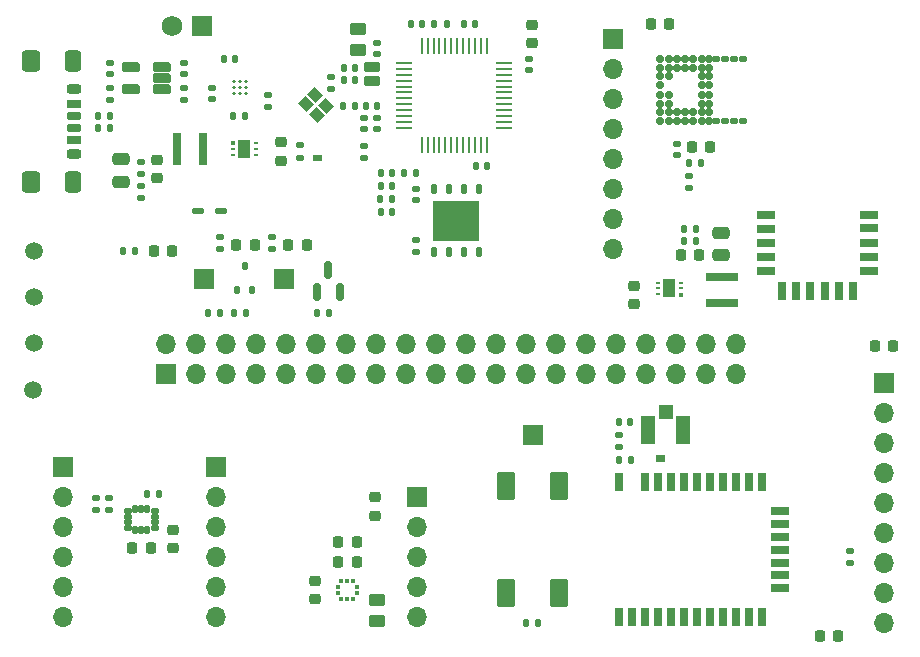
<source format=gbr>
%TF.GenerationSoftware,KiCad,Pcbnew,8.0.7*%
%TF.CreationDate,2025-02-08T18:07:02-05:00*%
%TF.ProjectId,Fallyx_EVK-RevA,46616c6c-7978-45f4-9556-4b2d52657641,rev?*%
%TF.SameCoordinates,Original*%
%TF.FileFunction,Soldermask,Top*%
%TF.FilePolarity,Negative*%
%FSLAX46Y46*%
G04 Gerber Fmt 4.6, Leading zero omitted, Abs format (unit mm)*
G04 Created by KiCad (PCBNEW 8.0.7) date 2025-02-08 18:07:02*
%MOMM*%
%LPD*%
G01*
G04 APERTURE LIST*
G04 Aperture macros list*
%AMRoundRect*
0 Rectangle with rounded corners*
0 $1 Rounding radius*
0 $2 $3 $4 $5 $6 $7 $8 $9 X,Y pos of 4 corners*
0 Add a 4 corners polygon primitive as box body*
4,1,4,$2,$3,$4,$5,$6,$7,$8,$9,$2,$3,0*
0 Add four circle primitives for the rounded corners*
1,1,$1+$1,$2,$3*
1,1,$1+$1,$4,$5*
1,1,$1+$1,$6,$7*
1,1,$1+$1,$8,$9*
0 Add four rect primitives between the rounded corners*
20,1,$1+$1,$2,$3,$4,$5,0*
20,1,$1+$1,$4,$5,$6,$7,0*
20,1,$1+$1,$6,$7,$8,$9,0*
20,1,$1+$1,$8,$9,$2,$3,0*%
G04 Aperture macros list end*
%ADD10C,0.010000*%
%ADD11C,0.172500*%
%ADD12R,0.450000X0.350000*%
%ADD13R,0.450000X0.250000*%
%ADD14R,1.000000X1.600000*%
%ADD15R,0.900000X0.100000*%
%ADD16RoundRect,0.102000X0.500000X0.525000X-0.500000X0.525000X-0.500000X-0.525000X0.500000X-0.525000X0*%
%ADD17RoundRect,0.102000X0.525000X1.100000X-0.525000X1.100000X-0.525000X-1.100000X0.525000X-1.100000X0*%
%ADD18RoundRect,0.147500X0.172500X-0.147500X0.172500X0.147500X-0.172500X0.147500X-0.172500X-0.147500X0*%
%ADD19R,0.711200X1.498600*%
%ADD20R,1.498600X0.711200*%
%ADD21R,1.500000X0.700000*%
%ADD22R,0.700000X1.500000*%
%ADD23RoundRect,0.135000X0.135000X0.185000X-0.135000X0.185000X-0.135000X-0.185000X0.135000X-0.185000X0*%
%ADD24RoundRect,0.135000X-0.135000X-0.185000X0.135000X-0.185000X0.135000X0.185000X-0.135000X0.185000X0*%
%ADD25RoundRect,0.135000X-0.185000X0.135000X-0.185000X-0.135000X0.185000X-0.135000X0.185000X0.135000X0*%
%ADD26R,2.692400X0.800100*%
%ADD27RoundRect,0.250000X0.475000X-0.250000X0.475000X0.250000X-0.475000X0.250000X-0.475000X-0.250000X0*%
%ADD28RoundRect,0.225000X0.225000X0.250000X-0.225000X0.250000X-0.225000X-0.250000X0.225000X-0.250000X0*%
%ADD29RoundRect,0.225000X0.250000X-0.225000X0.250000X0.225000X-0.250000X0.225000X-0.250000X-0.225000X0*%
%ADD30RoundRect,0.140000X-0.140000X-0.170000X0.140000X-0.170000X0.140000X0.170000X-0.140000X0.170000X0*%
%ADD31RoundRect,0.225000X-0.225000X-0.250000X0.225000X-0.250000X0.225000X0.250000X-0.225000X0.250000X0*%
%ADD32RoundRect,0.225000X-0.250000X0.225000X-0.250000X-0.225000X0.250000X-0.225000X0.250000X0.225000X0*%
%ADD33RoundRect,0.112500X-0.112500X-0.237500X0.112500X-0.237500X0.112500X0.237500X-0.112500X0.237500X0*%
%ADD34R,1.700000X1.700000*%
%ADD35O,1.700000X1.700000*%
%ADD36RoundRect,0.150000X0.150000X-0.587500X0.150000X0.587500X-0.150000X0.587500X-0.150000X-0.587500X0*%
%ADD37RoundRect,0.140000X-0.170000X0.140000X-0.170000X-0.140000X0.170000X-0.140000X0.170000X0.140000X0*%
%ADD38RoundRect,0.140000X0.170000X-0.140000X0.170000X0.140000X-0.170000X0.140000X-0.170000X-0.140000X0*%
%ADD39RoundRect,0.102000X0.762000X-0.762000X0.762000X0.762000X-0.762000X0.762000X-0.762000X-0.762000X0*%
%ADD40C,1.728000*%
%ADD41RoundRect,0.250000X-0.450000X0.262500X-0.450000X-0.262500X0.450000X-0.262500X0.450000X0.262500X0*%
%ADD42RoundRect,0.140000X0.140000X0.170000X-0.140000X0.170000X-0.140000X-0.170000X0.140000X-0.170000X0*%
%ADD43R,0.330200X0.304800*%
%ADD44R,0.304800X0.330200*%
%ADD45RoundRect,0.218750X0.218750X0.256250X-0.218750X0.256250X-0.218750X-0.256250X0.218750X-0.256250X0*%
%ADD46C,1.500000*%
%ADD47RoundRect,0.102000X0.395000X0.135000X-0.395000X0.135000X-0.395000X-0.135000X0.395000X-0.135000X0*%
%ADD48RoundRect,0.135000X0.185000X-0.135000X0.185000X0.135000X-0.185000X0.135000X-0.185000X-0.135000X0*%
%ADD49RoundRect,0.125000X0.125000X-0.262500X0.125000X0.262500X-0.125000X0.262500X-0.125000X-0.262500X0*%
%ADD50R,4.000000X3.400000*%
%ADD51R,1.473200X0.279400*%
%ADD52R,0.279400X1.473200*%
%ADD53RoundRect,0.175000X-0.425000X0.175000X-0.425000X-0.175000X0.425000X-0.175000X0.425000X0.175000X0*%
%ADD54RoundRect,0.190000X0.410000X-0.190000X0.410000X0.190000X-0.410000X0.190000X-0.410000X-0.190000X0*%
%ADD55RoundRect,0.200000X0.400000X-0.200000X0.400000X0.200000X-0.400000X0.200000X-0.400000X-0.200000X0*%
%ADD56RoundRect,0.175000X0.425000X-0.175000X0.425000X0.175000X-0.425000X0.175000X-0.425000X-0.175000X0*%
%ADD57RoundRect,0.190000X-0.410000X0.190000X-0.410000X-0.190000X0.410000X-0.190000X0.410000X0.190000X0*%
%ADD58RoundRect,0.200000X-0.400000X0.200000X-0.400000X-0.200000X0.400000X-0.200000X0.400000X0.200000X0*%
%ADD59RoundRect,0.250000X-0.425000X0.650000X-0.425000X-0.650000X0.425000X-0.650000X0.425000X0.650000X0*%
%ADD60RoundRect,0.250000X-0.500000X0.650000X-0.500000X-0.650000X0.500000X-0.650000X0.500000X0.650000X0*%
%ADD61RoundRect,0.102000X0.600000X-0.300000X0.600000X0.300000X-0.600000X0.300000X-0.600000X-0.300000X0*%
%ADD62RoundRect,0.250000X-0.475000X0.250000X-0.475000X-0.250000X0.475000X-0.250000X0.475000X0.250000X0*%
%ADD63RoundRect,0.102000X-0.700000X1.050000X-0.700000X-1.050000X0.700000X-1.050000X0.700000X1.050000X0*%
%ADD64RoundRect,0.102000X-0.237500X-0.125000X0.237500X-0.125000X0.237500X0.125000X-0.237500X0.125000X0*%
%ADD65RoundRect,0.102000X-0.125000X-0.237500X0.125000X-0.237500X0.125000X0.237500X-0.125000X0.237500X0*%
%ADD66R,0.800100X2.692400*%
%ADD67RoundRect,0.102000X-0.200000X-0.200000X0.200000X-0.200000X0.200000X0.200000X-0.200000X0.200000X0*%
%ADD68RoundRect,0.102000X-0.200000X-0.150000X0.200000X-0.150000X0.200000X0.150000X-0.200000X0.150000X0*%
%ADD69RoundRect,0.102000X0.635000X0.279400X-0.635000X0.279400X-0.635000X-0.279400X0.635000X-0.279400X0*%
%ADD70RoundRect,0.102000X0.565685X-0.035355X-0.035355X0.565685X-0.565685X0.035355X0.035355X-0.565685X0*%
G04 APERTURE END LIST*
D10*
%TO.C,D6*%
X155750000Y-103975000D02*
X155450000Y-103975000D01*
X155450000Y-103525000D01*
X155750000Y-103525000D01*
X155750000Y-103975000D01*
G36*
X155750000Y-103975000D02*
G01*
X155450000Y-103975000D01*
X155450000Y-103525000D01*
X155750000Y-103525000D01*
X155750000Y-103975000D01*
G37*
X156150000Y-103975000D02*
X155850000Y-103975000D01*
X155850000Y-103525000D01*
X156150000Y-103525000D01*
X156150000Y-103975000D01*
G36*
X156150000Y-103975000D02*
G01*
X155850000Y-103975000D01*
X155850000Y-103525000D01*
X156150000Y-103525000D01*
X156150000Y-103975000D01*
G37*
%TO.C,D4*%
X126650000Y-78525000D02*
X126350000Y-78525000D01*
X126350000Y-78075000D01*
X126650000Y-78075000D01*
X126650000Y-78525000D01*
G36*
X126650000Y-78525000D02*
G01*
X126350000Y-78525000D01*
X126350000Y-78075000D01*
X126650000Y-78075000D01*
X126650000Y-78525000D01*
G37*
X127050000Y-78525000D02*
X126750000Y-78525000D01*
X126750000Y-78075000D01*
X127050000Y-78075000D01*
X127050000Y-78525000D01*
G36*
X127050000Y-78525000D02*
G01*
X126750000Y-78525000D01*
X126750000Y-78075000D01*
X127050000Y-78075000D01*
X127050000Y-78525000D01*
G37*
D11*
%TO.C,U7*%
X119786250Y-71880000D02*
G75*
G02*
X119613750Y-71880000I-86250J0D01*
G01*
X119613750Y-71880000D02*
G75*
G02*
X119786250Y-71880000I86250J0D01*
G01*
X119786250Y-72380000D02*
G75*
G02*
X119613750Y-72380000I-86250J0D01*
G01*
X119613750Y-72380000D02*
G75*
G02*
X119786250Y-72380000I86250J0D01*
G01*
X119786250Y-72880000D02*
G75*
G02*
X119613750Y-72880000I-86250J0D01*
G01*
X119613750Y-72880000D02*
G75*
G02*
X119786250Y-72880000I86250J0D01*
G01*
X120286250Y-71880000D02*
G75*
G02*
X120113750Y-71880000I-86250J0D01*
G01*
X120113750Y-71880000D02*
G75*
G02*
X120286250Y-71880000I86250J0D01*
G01*
X120286250Y-72380000D02*
G75*
G02*
X120113750Y-72380000I-86250J0D01*
G01*
X120113750Y-72380000D02*
G75*
G02*
X120286250Y-72380000I86250J0D01*
G01*
X120286250Y-72880000D02*
G75*
G02*
X120113750Y-72880000I-86250J0D01*
G01*
X120113750Y-72880000D02*
G75*
G02*
X120286250Y-72880000I86250J0D01*
G01*
X120786250Y-71880000D02*
G75*
G02*
X120613750Y-71880000I-86250J0D01*
G01*
X120613750Y-71880000D02*
G75*
G02*
X120786250Y-71880000I86250J0D01*
G01*
X120786250Y-72380000D02*
G75*
G02*
X120613750Y-72380000I-86250J0D01*
G01*
X120613750Y-72380000D02*
G75*
G02*
X120786250Y-72380000I86250J0D01*
G01*
X120786250Y-72880000D02*
G75*
G02*
X120613750Y-72880000I-86250J0D01*
G01*
X120613750Y-72880000D02*
G75*
G02*
X120786250Y-72880000I86250J0D01*
G01*
%TD*%
D12*
%TO.C,U10*%
X157550000Y-89950000D03*
D13*
X157550000Y-89400000D03*
X157550000Y-88900000D03*
X155600000Y-88900000D03*
X155600000Y-89400000D03*
X155600000Y-89900000D03*
D14*
X156575000Y-89400000D03*
D15*
X156575000Y-88550000D03*
X156575000Y-90250000D03*
%TD*%
D12*
%TO.C,U1*%
X119601450Y-77050000D03*
D13*
X119601450Y-77600000D03*
X119601450Y-78100000D03*
X121551450Y-78100000D03*
X121551450Y-77600000D03*
X121551450Y-77100000D03*
D14*
X120576450Y-77600000D03*
D15*
X120576450Y-78450000D03*
X120576450Y-76750000D03*
%TD*%
D16*
%TO.C,J9*%
X156250000Y-99825000D03*
D17*
X157725000Y-101350000D03*
X154775000Y-101350000D03*
%TD*%
D18*
%TO.C,L2*%
X152300000Y-102785000D03*
X152300000Y-101815000D03*
%TD*%
D19*
%TO.C,U9*%
X162200565Y-105749440D03*
X161100745Y-105749440D03*
X164400205Y-117250560D03*
X163300385Y-117250560D03*
X164400205Y-105749440D03*
X163300385Y-105749440D03*
X158901105Y-105749440D03*
X158901105Y-117250560D03*
X162200565Y-117250560D03*
X161100745Y-117250560D03*
X160000925Y-105749440D03*
X160000925Y-117250560D03*
X157801285Y-117250560D03*
X156701465Y-117250560D03*
X157801285Y-105749440D03*
X156701465Y-105749440D03*
X155601645Y-105749440D03*
X152302185Y-105749440D03*
X155601645Y-117250560D03*
X154501825Y-105749440D03*
D20*
X165953415Y-108200540D03*
X165953415Y-109300360D03*
X165953415Y-110400180D03*
X165953415Y-111500000D03*
X165953415Y-112599820D03*
X165953415Y-113699640D03*
X165953415Y-114799460D03*
D19*
X154501825Y-117250560D03*
X153402005Y-117250560D03*
X152302185Y-117250560D03*
%TD*%
D21*
%TO.C,U8*%
X164750000Y-83150000D03*
X164750000Y-84350000D03*
X164750000Y-85550000D03*
X164750000Y-86750000D03*
X164750000Y-87950000D03*
D22*
X166100000Y-89650000D03*
X167300000Y-89650000D03*
X168500000Y-89650000D03*
X169700000Y-89650000D03*
X170900000Y-89650000D03*
X172100000Y-89650000D03*
D21*
X173450000Y-87950000D03*
X173450000Y-86750000D03*
X173450000Y-85550000D03*
X173450000Y-84300000D03*
X173450000Y-83150000D03*
%TD*%
D23*
%TO.C,R32*%
X158810000Y-84350000D03*
X157790000Y-84350000D03*
%TD*%
D24*
%TO.C,R31*%
X157790000Y-85350000D03*
X158810000Y-85350000D03*
%TD*%
D25*
%TO.C,R19*%
X158250000Y-79840000D03*
X158250000Y-80860000D03*
%TD*%
D26*
%TO.C,L3*%
X161000000Y-90650000D03*
X161000000Y-88452900D03*
%TD*%
D27*
%TO.C,C46*%
X160950000Y-86600000D03*
X160950000Y-84700000D03*
%TD*%
D28*
%TO.C,C45*%
X159100000Y-86600000D03*
X157550000Y-86600000D03*
%TD*%
D29*
%TO.C,C44*%
X153550000Y-90700000D03*
X153550000Y-89150000D03*
%TD*%
D30*
%TO.C,C43*%
X152320000Y-103900000D03*
X153280000Y-103900000D03*
%TD*%
%TO.C,C42*%
X152300000Y-100700000D03*
X153260000Y-100700000D03*
%TD*%
D31*
%TO.C,C34*%
X154975000Y-67000000D03*
X156525000Y-67000000D03*
%TD*%
D32*
%TO.C,C33*%
X131600000Y-107075000D03*
X131600000Y-108625000D03*
%TD*%
D24*
%TO.C,R15*%
X158240000Y-78800000D03*
X159260000Y-78800000D03*
%TD*%
D31*
%TO.C,C27*%
X158475000Y-77450000D03*
X160025000Y-77450000D03*
%TD*%
D33*
%TO.C,Q1*%
X119950000Y-89500000D03*
X121250000Y-89500000D03*
X120600000Y-87500000D03*
%TD*%
D24*
%TO.C,R22*%
X119740000Y-91450000D03*
X120760000Y-91450000D03*
%TD*%
D32*
%TO.C,C3*%
X113200000Y-78500000D03*
X113200000Y-80050000D03*
%TD*%
D34*
%TO.C,J4*%
X151800000Y-68270000D03*
D35*
X151800000Y-70810000D03*
X151800000Y-73350000D03*
X151800000Y-75890000D03*
X151800000Y-78430000D03*
X151800000Y-80970000D03*
X151800000Y-83510000D03*
X151800000Y-86050000D03*
%TD*%
D36*
%TO.C,Q2*%
X126750000Y-89687500D03*
X128650000Y-89687500D03*
X127700000Y-87812500D03*
%TD*%
D37*
%TO.C,C28*%
X157200000Y-77170000D03*
X157200000Y-78130000D03*
%TD*%
D23*
%TO.C,R16*%
X109210000Y-75800000D03*
X108190000Y-75800000D03*
%TD*%
D32*
%TO.C,C2*%
X123701450Y-77025000D03*
X123701450Y-78575000D03*
%TD*%
D38*
%TO.C,C35*%
X131792462Y-69557538D03*
X131792462Y-68597538D03*
%TD*%
D30*
%TO.C,C26*%
X134112462Y-79607538D03*
X135072462Y-79607538D03*
%TD*%
D39*
%TO.C,J5*%
X116970000Y-67150000D03*
D40*
X114430000Y-67150000D03*
%TD*%
D41*
%TO.C,R1*%
X131799874Y-115742401D03*
X131799874Y-117567401D03*
%TD*%
D31*
%TO.C,C41*%
X169325000Y-118800000D03*
X170875000Y-118800000D03*
%TD*%
D25*
%TO.C,R24*%
X118550000Y-85040000D03*
X118550000Y-86060000D03*
%TD*%
D34*
%TO.C,J12*%
X113975000Y-96625000D03*
D35*
X113975000Y-94085000D03*
X116515000Y-96625000D03*
X116515000Y-94085000D03*
X119055000Y-96625000D03*
X119055000Y-94085000D03*
X121595000Y-96625000D03*
X121595000Y-94085000D03*
X124135000Y-96625000D03*
X124135000Y-94085000D03*
X126675000Y-96625000D03*
X126675000Y-94085000D03*
X129215000Y-96625000D03*
X129215000Y-94085000D03*
X131755000Y-96625000D03*
X131755000Y-94085000D03*
X134295000Y-96625000D03*
X134295000Y-94085000D03*
X136835000Y-96625000D03*
X136835000Y-94085000D03*
X139375000Y-96625000D03*
X139375000Y-94085000D03*
X141915000Y-96625000D03*
X141915000Y-94085000D03*
X144455000Y-96625000D03*
X144455000Y-94085000D03*
X146995000Y-96625000D03*
X146995000Y-94085000D03*
X149535000Y-96625000D03*
X149535000Y-94085000D03*
X152075000Y-96625000D03*
X152075000Y-94085000D03*
X154615000Y-96625000D03*
X154615000Y-94085000D03*
X157155000Y-96625000D03*
X157155000Y-94085000D03*
X159695000Y-96625000D03*
X159695000Y-94085000D03*
X162235000Y-96625000D03*
X162235000Y-94085000D03*
%TD*%
D42*
%TO.C,C16*%
X131842462Y-73957538D03*
X130882462Y-73957538D03*
%TD*%
D34*
%TO.C,J13*%
X174700000Y-97380000D03*
D35*
X174700000Y-99920000D03*
X174700000Y-102460000D03*
X174700000Y-105000000D03*
X174700000Y-107540000D03*
X174700000Y-110080000D03*
X174700000Y-112620000D03*
X174700000Y-115160000D03*
X174700000Y-117700000D03*
%TD*%
D31*
%TO.C,C40*%
X173975000Y-94250000D03*
X175525000Y-94250000D03*
%TD*%
D43*
%TO.C,U2*%
X128515099Y-114669937D03*
X128515099Y-115170063D03*
D44*
X128799874Y-115704901D03*
X129300000Y-115704901D03*
X129800126Y-115704901D03*
D43*
X130084901Y-115170063D03*
X130084901Y-114669937D03*
D44*
X129800126Y-114135099D03*
X129300000Y-114135099D03*
X128799874Y-114135099D03*
%TD*%
D30*
%TO.C,C38*%
X132112462Y-82907538D03*
X133072462Y-82907538D03*
%TD*%
D45*
%TO.C,D2*%
X125875000Y-85750000D03*
X124300000Y-85750000D03*
%TD*%
D37*
%TO.C,C21*%
X144650000Y-69970000D03*
X144650000Y-70930000D03*
%TD*%
D46*
%TO.C,TP4*%
X102700000Y-98000000D03*
%TD*%
D47*
%TO.C,D5*%
X118565000Y-82800000D03*
X116635000Y-82800000D03*
%TD*%
D42*
%TO.C,C19*%
X140114924Y-67000000D03*
X139154924Y-67000000D03*
%TD*%
D48*
%TO.C,R8*%
X109125000Y-108120000D03*
X109125000Y-107100000D03*
%TD*%
D34*
%TO.C,J7*%
X117200000Y-88600000D03*
%TD*%
D49*
%TO.C,U5*%
X136595000Y-86312500D03*
X137865000Y-86312500D03*
X139135000Y-86312500D03*
X140405000Y-86312500D03*
X140405000Y-80987500D03*
X139135000Y-80987500D03*
X137865000Y-80987500D03*
X136595000Y-80987500D03*
D50*
X138500000Y-83650000D03*
%TD*%
D48*
%TO.C,R14*%
X135145000Y-86307500D03*
X135145000Y-85287500D03*
%TD*%
D42*
%TO.C,C20*%
X135614924Y-67000000D03*
X134654924Y-67000000D03*
%TD*%
D23*
%TO.C,R7*%
X120610000Y-74800000D03*
X119590000Y-74800000D03*
%TD*%
D37*
%TO.C,C29*%
X109200000Y-70320000D03*
X109200000Y-71280000D03*
%TD*%
D51*
%TO.C,U4*%
X134133600Y-70300000D03*
X134133600Y-70799999D03*
X134133600Y-71300001D03*
X134133600Y-71800000D03*
X134133600Y-72299999D03*
X134133600Y-72800000D03*
X134133600Y-73300000D03*
X134133600Y-73800001D03*
X134133600Y-74300000D03*
X134133600Y-74799999D03*
X134133600Y-75300001D03*
X134133600Y-75800000D03*
D52*
X135600000Y-77266400D03*
X136099999Y-77266400D03*
X136600001Y-77266400D03*
X137100000Y-77266400D03*
X137599999Y-77266400D03*
X138100000Y-77266400D03*
X138600000Y-77266400D03*
X139100001Y-77266400D03*
X139600000Y-77266400D03*
X140099999Y-77266400D03*
X140600001Y-77266400D03*
X141100000Y-77266400D03*
D51*
X142566400Y-75800000D03*
X142566400Y-75300001D03*
X142566400Y-74799999D03*
X142566400Y-74300000D03*
X142566400Y-73800001D03*
X142566400Y-73300000D03*
X142566400Y-72800000D03*
X142566400Y-72299999D03*
X142566400Y-71800000D03*
X142566400Y-71300001D03*
X142566400Y-70799999D03*
X142566400Y-70300000D03*
D52*
X141100000Y-68833600D03*
X140600001Y-68833600D03*
X140099999Y-68833600D03*
X139600000Y-68833600D03*
X139100001Y-68833600D03*
X138600000Y-68833600D03*
X138100000Y-68833600D03*
X137599999Y-68833600D03*
X137100000Y-68833600D03*
X136600001Y-68833600D03*
X136099999Y-68833600D03*
X135600000Y-68833600D03*
%TD*%
D34*
%TO.C,J11*%
X145050000Y-101800000D03*
%TD*%
D42*
%TO.C,C39*%
X133072462Y-80707538D03*
X132112462Y-80707538D03*
%TD*%
D53*
%TO.C,J6*%
X106132500Y-74800000D03*
D54*
X106132500Y-76820000D03*
D55*
X106132500Y-78050000D03*
D56*
X106132500Y-75800000D03*
D57*
X106132500Y-73780000D03*
D58*
X106132500Y-72550000D03*
D59*
X106077500Y-70175000D03*
D60*
X102497500Y-70175000D03*
D59*
X106077500Y-80425000D03*
D60*
X102497500Y-80425000D03*
%TD*%
D61*
%TO.C,X2*%
X131392462Y-71857538D03*
X131392462Y-70657538D03*
%TD*%
D62*
%TO.C,C4*%
X110100000Y-78475000D03*
X110100000Y-80375000D03*
%TD*%
D25*
%TO.C,FB2*%
X130692462Y-77340000D03*
X130692462Y-78360000D03*
%TD*%
D42*
%TO.C,C25*%
X129942462Y-71757538D03*
X128982462Y-71757538D03*
%TD*%
D38*
%TO.C,C37*%
X131792462Y-75887538D03*
X131792462Y-74927538D03*
%TD*%
D23*
%TO.C,R21*%
X118560000Y-91450000D03*
X117540000Y-91450000D03*
%TD*%
%TO.C,R23*%
X127760000Y-91450000D03*
X126740000Y-91450000D03*
%TD*%
D48*
%TO.C,R2*%
X111800000Y-79685000D03*
X111800000Y-78665000D03*
%TD*%
D63*
%TO.C,S1*%
X147250000Y-106100000D03*
X142750000Y-106100000D03*
X147250000Y-115200000D03*
X142750000Y-115200000D03*
%TD*%
D25*
%TO.C,R5*%
X115500000Y-72390000D03*
X115500000Y-73410000D03*
%TD*%
D29*
%TO.C,C14*%
X144900000Y-68625000D03*
X144900000Y-67075000D03*
%TD*%
D34*
%TO.C,J1*%
X135200000Y-107040000D03*
D35*
X135200000Y-109580000D03*
X135200000Y-112120000D03*
X135200000Y-114660000D03*
X135200000Y-117200000D03*
%TD*%
D38*
%TO.C,C36*%
X130692462Y-75887538D03*
X130692462Y-74927538D03*
%TD*%
D31*
%TO.C,C8*%
X111092500Y-111360000D03*
X112642500Y-111360000D03*
%TD*%
D24*
%TO.C,R18*%
X144390000Y-117700000D03*
X145410000Y-117700000D03*
%TD*%
D64*
%TO.C,U3*%
X110700000Y-108210000D03*
X110700000Y-108710000D03*
X110700000Y-109210000D03*
X110700000Y-109710000D03*
D65*
X111362500Y-109872500D03*
X111862500Y-109872500D03*
X112362500Y-109872500D03*
D64*
X113025000Y-109710000D03*
X113025000Y-109210000D03*
X113025000Y-108710000D03*
X113025000Y-108210000D03*
D65*
X112362500Y-108047500D03*
X111862500Y-108047500D03*
X111362500Y-108047500D03*
%TD*%
D66*
%TO.C,L1*%
X117100000Y-77600000D03*
X114902900Y-77600000D03*
%TD*%
D48*
%TO.C,R6*%
X122600000Y-74020000D03*
X122600000Y-73000000D03*
%TD*%
D31*
%TO.C,C5*%
X128524874Y-110904901D03*
X130074874Y-110904901D03*
%TD*%
D37*
%TO.C,C32*%
X117800000Y-72420000D03*
X117800000Y-73380000D03*
%TD*%
D32*
%TO.C,C1*%
X126599874Y-114154901D03*
X126599874Y-115704901D03*
%TD*%
D42*
%TO.C,C15*%
X141130000Y-79000000D03*
X140170000Y-79000000D03*
%TD*%
D45*
%TO.C,D1*%
X114475000Y-86200000D03*
X112900000Y-86200000D03*
%TD*%
D34*
%TO.C,J8*%
X123950000Y-88600000D03*
%TD*%
D23*
%TO.C,R17*%
X109210000Y-74800000D03*
X108190000Y-74800000D03*
%TD*%
D24*
%TO.C,R26*%
X110340000Y-86200000D03*
X111360000Y-86200000D03*
%TD*%
D42*
%TO.C,C23*%
X133072462Y-79607538D03*
X132112462Y-79607538D03*
%TD*%
D48*
%TO.C,R4*%
X109200000Y-73410000D03*
X109200000Y-72390000D03*
%TD*%
D46*
%TO.C,TP1*%
X102800000Y-86200000D03*
%TD*%
D25*
%TO.C,R20*%
X125300000Y-77290000D03*
X125300000Y-78310000D03*
%TD*%
D30*
%TO.C,C18*%
X128962462Y-73957538D03*
X129922462Y-73957538D03*
%TD*%
D45*
%TO.C,D3*%
X121475000Y-85750000D03*
X119900000Y-85750000D03*
%TD*%
D37*
%TO.C,C22*%
X135145000Y-80957500D03*
X135145000Y-81917500D03*
%TD*%
D42*
%TO.C,C24*%
X129942462Y-70707538D03*
X128982462Y-70707538D03*
%TD*%
D25*
%TO.C,R9*%
X108025000Y-107100000D03*
X108025000Y-108120000D03*
%TD*%
D41*
%TO.C,R27*%
X130192462Y-67415038D03*
X130192462Y-69240038D03*
%TD*%
D25*
%TO.C,R25*%
X122900000Y-85040000D03*
X122900000Y-86060000D03*
%TD*%
D24*
%TO.C,R10*%
X112357500Y-106810000D03*
X113377500Y-106810000D03*
%TD*%
D48*
%TO.C,R3*%
X111800000Y-81735000D03*
X111800000Y-80715000D03*
%TD*%
D23*
%TO.C,R28*%
X137694924Y-67000000D03*
X136674924Y-67000000D03*
%TD*%
D38*
%TO.C,C17*%
X127942462Y-72487538D03*
X127942462Y-71527538D03*
%TD*%
D67*
%TO.C,IC1*%
X155800000Y-70000000D03*
X155800000Y-70725000D03*
X155800000Y-71450000D03*
X155800000Y-72175000D03*
X155800000Y-73025000D03*
X155800000Y-73750000D03*
X155800000Y-74475000D03*
X155800000Y-75200000D03*
X156500000Y-70000000D03*
X156500000Y-70725000D03*
X156500000Y-71450000D03*
X156500000Y-73025000D03*
X156500000Y-73750000D03*
X156500000Y-74475000D03*
X156500000Y-75200000D03*
X157200000Y-70000000D03*
X157200000Y-70725000D03*
X157200000Y-74475000D03*
X157200000Y-75200000D03*
X157900000Y-70000000D03*
X157900000Y-70725000D03*
X157900000Y-74475000D03*
X157900000Y-75200000D03*
X158600000Y-70000000D03*
X158600000Y-70725000D03*
X158600000Y-74475000D03*
X158600000Y-75200000D03*
X159300000Y-70000000D03*
X159300000Y-70725000D03*
X159300000Y-71450000D03*
X159300000Y-72175000D03*
X159300000Y-73025000D03*
X159300000Y-73750000D03*
X159300000Y-74475000D03*
X159300000Y-75200000D03*
X159900000Y-70000000D03*
X159900000Y-70725000D03*
X159900000Y-71450000D03*
X159900000Y-72175000D03*
X159900000Y-73025000D03*
X159900000Y-73750000D03*
X159900000Y-74475000D03*
X159900000Y-75200000D03*
D68*
X160550000Y-69950000D03*
X160550000Y-75250000D03*
X161300000Y-69950000D03*
X161300000Y-75250000D03*
X162050000Y-69950000D03*
X162050000Y-75250000D03*
X162800000Y-69950000D03*
X162800000Y-75250000D03*
%TD*%
D42*
%TO.C,C31*%
X119780000Y-70000000D03*
X118820000Y-70000000D03*
%TD*%
D24*
%TO.C,R29*%
X132082462Y-81807538D03*
X133102462Y-81807538D03*
%TD*%
D69*
%TO.C,U6*%
X113595400Y-72539800D03*
X113595400Y-71600000D03*
X113595400Y-70660200D03*
X111004600Y-70660200D03*
X111004600Y-72539800D03*
%TD*%
D34*
%TO.C,J2*%
X105200000Y-104510000D03*
D35*
X105200000Y-107050000D03*
X105200000Y-109590000D03*
X105200000Y-112130000D03*
X105200000Y-114670000D03*
X105200000Y-117210000D03*
%TD*%
D37*
%TO.C,C30*%
X115500000Y-70320000D03*
X115500000Y-71280000D03*
%TD*%
D34*
%TO.C,J3*%
X118150000Y-104480000D03*
D35*
X118150000Y-107020000D03*
X118150000Y-109560000D03*
X118150000Y-112100000D03*
X118150000Y-114640000D03*
X118150000Y-117180000D03*
%TD*%
D32*
%TO.C,C7*%
X114567500Y-109835000D03*
X114567500Y-111385000D03*
%TD*%
D31*
%TO.C,C6*%
X128524874Y-112554901D03*
X130074874Y-112554901D03*
%TD*%
D70*
%TO.C,X1*%
X127497056Y-73962132D03*
X126542462Y-73007538D03*
X125800000Y-73750000D03*
X126754594Y-74704594D03*
%TD*%
D46*
%TO.C,TP2*%
X102800000Y-90100000D03*
%TD*%
%TO.C,TP3*%
X102800000Y-94000000D03*
%TD*%
D48*
%TO.C,R30*%
X171900000Y-112660000D03*
X171900000Y-111640000D03*
%TD*%
M02*

</source>
